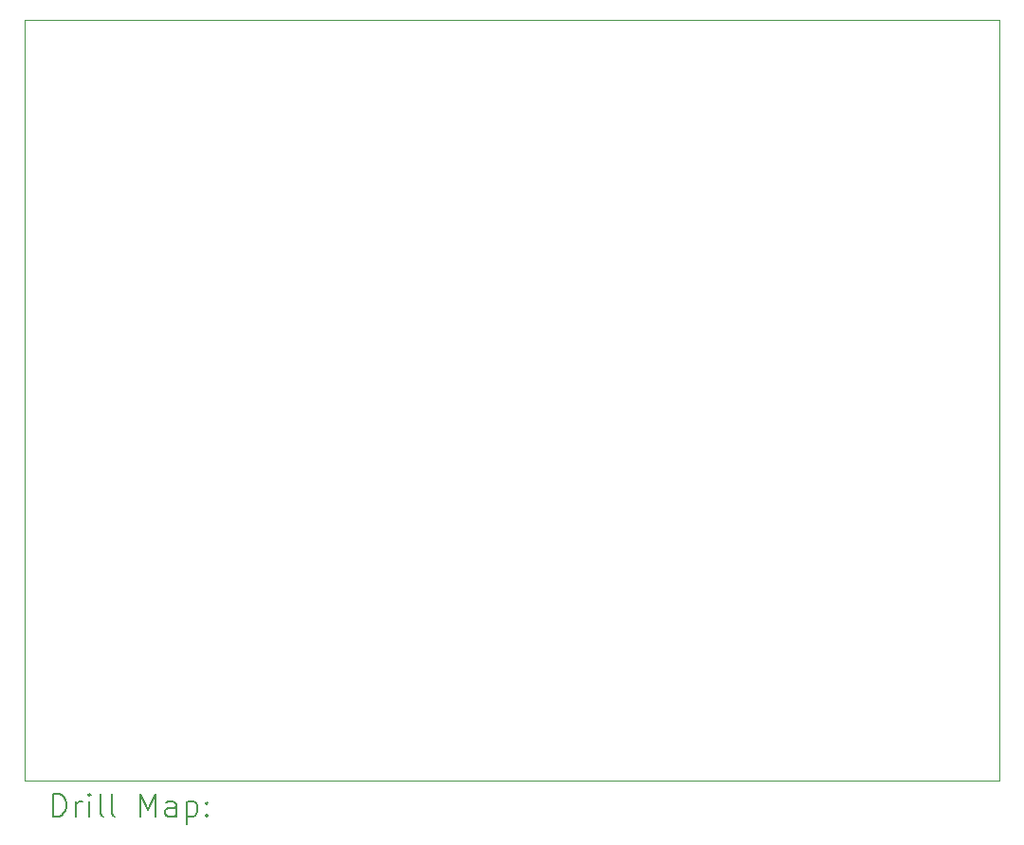
<source format=gbr>
%FSLAX45Y45*%
G04 Gerber Fmt 4.5, Leading zero omitted, Abs format (unit mm)*
G04 Created by KiCad (PCBNEW (6.0.0-0)) date 2022-03-09 14:39:02*
%MOMM*%
%LPD*%
G01*
G04 APERTURE LIST*
%TA.AperFunction,Profile*%
%ADD10C,0.100000*%
%TD*%
%ADD11C,0.200000*%
G04 APERTURE END LIST*
D10*
X10636000Y-5080000D02*
X19336000Y-5080000D01*
X10636000Y-11880000D02*
X10636000Y-5080000D01*
X19336000Y-11880000D02*
X19336000Y-5080000D01*
X10636000Y-11880000D02*
X19336000Y-11880000D01*
D11*
X10888619Y-12195476D02*
X10888619Y-11995476D01*
X10936238Y-11995476D01*
X10964810Y-12005000D01*
X10983857Y-12024048D01*
X10993381Y-12043095D01*
X11002905Y-12081190D01*
X11002905Y-12109762D01*
X10993381Y-12147857D01*
X10983857Y-12166905D01*
X10964810Y-12185952D01*
X10936238Y-12195476D01*
X10888619Y-12195476D01*
X11088619Y-12195476D02*
X11088619Y-12062143D01*
X11088619Y-12100238D02*
X11098143Y-12081190D01*
X11107667Y-12071667D01*
X11126714Y-12062143D01*
X11145762Y-12062143D01*
X11212428Y-12195476D02*
X11212428Y-12062143D01*
X11212428Y-11995476D02*
X11202905Y-12005000D01*
X11212428Y-12014524D01*
X11221952Y-12005000D01*
X11212428Y-11995476D01*
X11212428Y-12014524D01*
X11336238Y-12195476D02*
X11317190Y-12185952D01*
X11307667Y-12166905D01*
X11307667Y-11995476D01*
X11441000Y-12195476D02*
X11421952Y-12185952D01*
X11412428Y-12166905D01*
X11412428Y-11995476D01*
X11669571Y-12195476D02*
X11669571Y-11995476D01*
X11736238Y-12138333D01*
X11802905Y-11995476D01*
X11802905Y-12195476D01*
X11983857Y-12195476D02*
X11983857Y-12090714D01*
X11974333Y-12071667D01*
X11955286Y-12062143D01*
X11917190Y-12062143D01*
X11898143Y-12071667D01*
X11983857Y-12185952D02*
X11964809Y-12195476D01*
X11917190Y-12195476D01*
X11898143Y-12185952D01*
X11888619Y-12166905D01*
X11888619Y-12147857D01*
X11898143Y-12128809D01*
X11917190Y-12119286D01*
X11964809Y-12119286D01*
X11983857Y-12109762D01*
X12079095Y-12062143D02*
X12079095Y-12262143D01*
X12079095Y-12071667D02*
X12098143Y-12062143D01*
X12136238Y-12062143D01*
X12155286Y-12071667D01*
X12164809Y-12081190D01*
X12174333Y-12100238D01*
X12174333Y-12157381D01*
X12164809Y-12176428D01*
X12155286Y-12185952D01*
X12136238Y-12195476D01*
X12098143Y-12195476D01*
X12079095Y-12185952D01*
X12260048Y-12176428D02*
X12269571Y-12185952D01*
X12260048Y-12195476D01*
X12250524Y-12185952D01*
X12260048Y-12176428D01*
X12260048Y-12195476D01*
X12260048Y-12071667D02*
X12269571Y-12081190D01*
X12260048Y-12090714D01*
X12250524Y-12081190D01*
X12260048Y-12071667D01*
X12260048Y-12090714D01*
M02*

</source>
